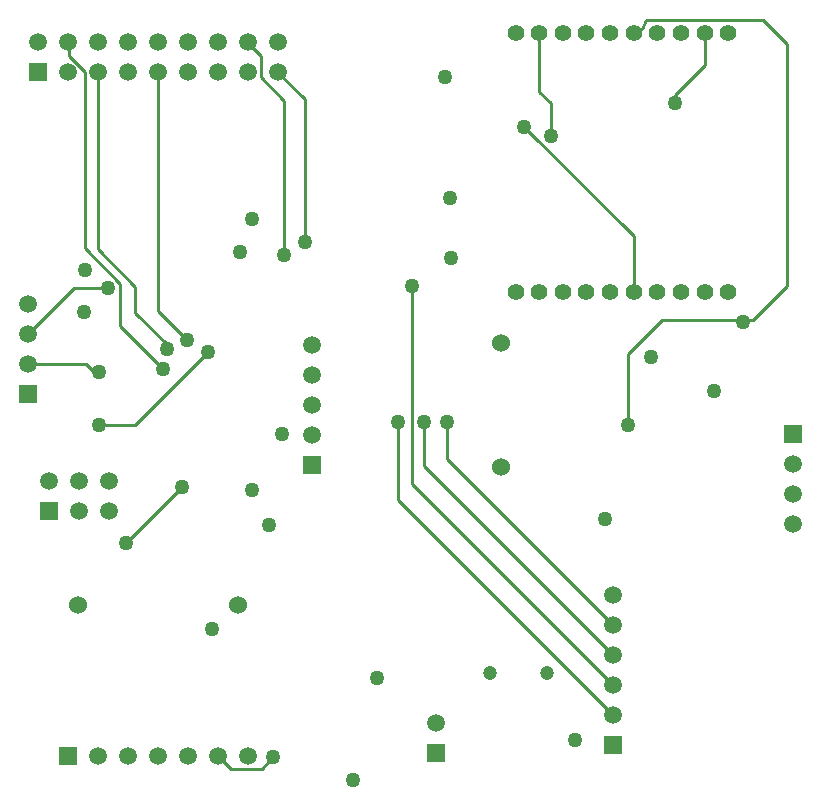
<source format=gbl>
G04*
G04 #@! TF.GenerationSoftware,Altium Limited,Altium Designer,19.1.8 (144)*
G04*
G04 Layer_Physical_Order=4*
G04 Layer_Color=16711680*
%FSLAX44Y44*%
%MOMM*%
G71*
G01*
G75*
%ADD13C,0.2540*%
%ADD44C,1.4000*%
%ADD45R,1.5000X1.5000*%
%ADD46C,1.5000*%
%ADD47R,1.5000X1.5000*%
%ADD48C,1.2000*%
%ADD49C,1.5240*%
%ADD50C,1.2700*%
D13*
X381709Y289091D02*
Y320585D01*
Y289091D02*
X522500Y148300D01*
X352418Y326023D02*
X352500Y326105D01*
X352418Y313977D02*
Y326023D01*
Y313977D02*
X352500Y313895D01*
X362634Y282766D02*
Y320016D01*
Y282766D02*
X522500Y122900D01*
X225065Y26730D02*
X234835Y36500D01*
X199070Y26730D02*
X225065D01*
X188300Y37500D02*
X199070Y26730D01*
X27532Y395032D02*
X66203Y433703D01*
X95008D01*
X105187Y401696D02*
Y437388D01*
X75264Y467311D02*
X105187Y437388D01*
X75264Y467311D02*
Y617003D01*
X118069Y412961D02*
Y434949D01*
X86034Y466983D02*
X118069Y434949D01*
X86034Y466983D02*
Y615227D01*
X105187Y401696D02*
X141565Y365318D01*
X61775Y630492D02*
X75264Y617003D01*
X61775Y630492D02*
Y641397D01*
X62422Y642043D01*
X117514Y318041D02*
X179137Y379665D01*
X87053Y318041D02*
X117514D01*
X145000Y382499D02*
Y386030D01*
X118069Y412961D02*
X145000Y386030D01*
X136834Y414664D02*
X161510Y389987D01*
X136834Y414664D02*
Y616198D01*
X85876Y615385D02*
X86034Y615227D01*
X136741Y616291D02*
X136834Y616198D01*
X83381Y362364D02*
X87011D01*
X76144Y369600D02*
X83381Y362364D01*
X28911Y369600D02*
X76144D01*
X28415Y369105D02*
X28911Y369600D01*
X27119Y395032D02*
X27532D01*
X224278Y612231D02*
X244124Y592384D01*
X224278Y612231D02*
Y630558D01*
X216907Y637929D02*
X224278Y630558D01*
X216907Y637929D02*
Y639827D01*
X244124Y461293D02*
Y592384D01*
X261312Y472518D02*
Y593524D01*
X238670Y616166D02*
X261312Y593524D01*
X238580Y616166D02*
X238670D01*
X641250Y406250D02*
X670000Y435000D01*
X563750Y406250D02*
X641250D01*
X575000Y590000D02*
Y597500D01*
X547281Y653027D02*
X550270Y660270D01*
X540000Y650000D02*
X547281Y653027D01*
X535000Y317500D02*
Y377500D01*
X563750Y406250D01*
X266359Y384659D02*
X267500Y385800D01*
X157500Y265000D02*
Y265000D01*
X110000Y217500D02*
X157500Y265000D01*
X447500Y570000D02*
X540000Y477500D01*
Y430000D02*
Y477500D01*
X575000Y597500D02*
X600000Y622500D01*
X470000Y562500D02*
Y590000D01*
X460000Y600000D02*
X470000Y590000D01*
X460000Y600000D02*
Y650000D01*
X460000Y650000D01*
X600000Y622500D02*
Y650000D01*
X339999Y254601D02*
Y319999D01*
Y254601D02*
X522500Y72100D01*
X352500Y326105D02*
Y435000D01*
Y267500D02*
Y313895D01*
Y267500D02*
X522500Y97500D01*
X670000Y435000D02*
Y640000D01*
X649730Y660270D02*
X670000Y640000D01*
X550270Y660270D02*
X649730D01*
D44*
X620000Y650000D02*
D03*
X600000D02*
D03*
X580000D02*
D03*
X560000D02*
D03*
X540000D02*
D03*
X520000D02*
D03*
X500000D02*
D03*
X480000D02*
D03*
X460000D02*
D03*
X440000D02*
D03*
Y430000D02*
D03*
X460000D02*
D03*
X480000D02*
D03*
X500000D02*
D03*
X520000D02*
D03*
X540000D02*
D03*
X560000D02*
D03*
X580000D02*
D03*
X600000D02*
D03*
X620000D02*
D03*
D45*
X35234Y616402D02*
D03*
X61300Y37500D02*
D03*
X44600Y244600D02*
D03*
D46*
X238434Y641802D02*
D03*
Y616402D02*
D03*
X213034Y641802D02*
D03*
Y616402D02*
D03*
X187634Y641802D02*
D03*
Y616402D02*
D03*
X162234Y641802D02*
D03*
Y616402D02*
D03*
X136834Y641802D02*
D03*
Y616402D02*
D03*
X111434Y641802D02*
D03*
Y616402D02*
D03*
X86034Y641802D02*
D03*
Y616402D02*
D03*
X60634Y641802D02*
D03*
Y616402D02*
D03*
X35234Y641802D02*
D03*
X27500Y420400D02*
D03*
Y395000D02*
D03*
Y369600D02*
D03*
X213700Y37500D02*
D03*
X188300D02*
D03*
X162900D02*
D03*
X137500D02*
D03*
X86700D02*
D03*
X112100D02*
D03*
X372500Y65400D02*
D03*
X44600Y270000D02*
D03*
X70000Y244600D02*
D03*
Y270000D02*
D03*
X95400Y244600D02*
D03*
Y270000D02*
D03*
X267500Y309600D02*
D03*
Y335000D02*
D03*
Y360400D02*
D03*
Y385800D02*
D03*
X675000Y234200D02*
D03*
Y259600D02*
D03*
Y285000D02*
D03*
X522500Y72100D02*
D03*
Y97500D02*
D03*
Y122900D02*
D03*
Y148300D02*
D03*
Y173700D02*
D03*
D47*
X27500Y344200D02*
D03*
X372500Y40000D02*
D03*
X267500Y284200D02*
D03*
X675000Y310400D02*
D03*
X522500Y46700D02*
D03*
D48*
X466899Y107500D02*
D03*
X418100D02*
D03*
D49*
X204600Y165000D02*
D03*
X69600D02*
D03*
X427500Y387500D02*
D03*
Y282500D02*
D03*
D50*
X381709Y320585D02*
D03*
X362634Y320016D02*
D03*
X608284Y346801D02*
D03*
X322646Y103553D02*
D03*
X302539Y16938D02*
D03*
X234835Y36500D02*
D03*
X182905Y144961D02*
D03*
X489983Y51244D02*
D03*
X74664Y412998D02*
D03*
X95008Y433703D02*
D03*
X75204Y449007D02*
D03*
X231475Y233030D02*
D03*
X217194Y262545D02*
D03*
X206562Y463912D02*
D03*
X216718Y491999D02*
D03*
X515950Y237782D02*
D03*
X380389Y612523D02*
D03*
X384413Y509658D02*
D03*
X384916Y459105D02*
D03*
X141565Y365318D02*
D03*
X145000Y382499D02*
D03*
X161510Y389987D02*
D03*
X87053Y318041D02*
D03*
X87011Y362364D02*
D03*
X179137Y379665D02*
D03*
X244124Y461293D02*
D03*
X261312Y472518D02*
D03*
X632500Y405000D02*
D03*
X555000Y375000D02*
D03*
X575000Y590000D02*
D03*
X535000Y317500D02*
D03*
X242500Y310000D02*
D03*
X157500Y265000D02*
D03*
X110000Y217500D02*
D03*
X447500Y570000D02*
D03*
X470000Y562500D02*
D03*
X339999Y319999D02*
D03*
X352500Y435000D02*
D03*
M02*

</source>
